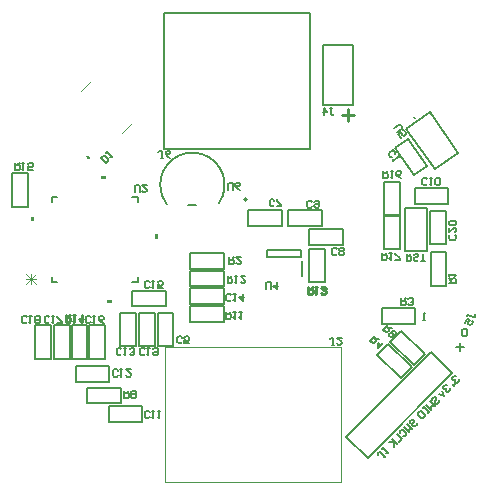
<source format=gbo>
G04*
G04 #@! TF.GenerationSoftware,Altium Limited,Altium Designer,20.0.7 (75)*
G04*
G04 Layer_Color=32896*
%FSLAX44Y44*%
%MOMM*%
G71*
G01*
G75*
%ADD11C,0.2540*%
%ADD12C,0.2000*%
%ADD13C,0.1000*%
%ADD14C,0.1270*%
%ADD15C,0.1524*%
%ADD16C,0.0762*%
G36*
X-173054Y35595D02*
X-175594D01*
Y39405D01*
X-173054D01*
Y35595D01*
D02*
G37*
G36*
X-112595Y71054D02*
X-116405D01*
Y73594D01*
X-112595D01*
Y71054D01*
D02*
G37*
G36*
X-107595Y-31054D02*
X-111405D01*
Y-33594D01*
X-107595D01*
Y-31054D01*
D02*
G37*
G36*
X-70946Y20595D02*
X-68406D01*
Y24405D01*
X-70946D01*
Y20595D01*
D02*
G37*
D11*
X97460Y125618D02*
X87303D01*
X92382Y130697D02*
Y120540D01*
X-146497Y-44001D02*
Y-49999D01*
X-143498D01*
X-142499Y-48999D01*
Y-47000D01*
X-143498Y-46000D01*
X-146497D01*
X-144498D02*
X-142499Y-44001D01*
X-140499D02*
X-138500D01*
X-139500D01*
Y-49999D01*
X-140499Y-48999D01*
X-132502Y-44001D02*
Y-49999D01*
X-135501Y-47000D01*
X-131502D01*
X58502Y-20001D02*
Y-25999D01*
X61501D01*
X62501Y-24999D01*
Y-23000D01*
X61501Y-22000D01*
X58502D01*
X60502D02*
X62501Y-20001D01*
X64500D02*
X66500D01*
X65500D01*
Y-25999D01*
X64500Y-24999D01*
X69499D02*
X70498Y-25999D01*
X72498D01*
X73498Y-24999D01*
Y-24000D01*
X72498Y-23000D01*
X71498D01*
X72498D01*
X73498Y-22000D01*
Y-21001D01*
X72498Y-20001D01*
X70498D01*
X69499Y-21001D01*
D12*
X-126849Y88867D02*
G03*
X-128264Y90281I-707J707D01*
G01*
D02*
G03*
X-126849Y88867I707J-707D01*
G01*
X149073Y122571D02*
G03*
X148500Y123391I-287J410D01*
G01*
D02*
G03*
X149073Y122571I287J-410D01*
G01*
X96700Y133900D02*
Y184700D01*
X71300Y133900D02*
X96700D01*
X71300D02*
Y184700D01*
X96700D01*
X-63500Y120000D02*
Y212000D01*
X-39000D01*
X60500D01*
Y96500D02*
Y212000D01*
X-63500Y96500D02*
X60500D01*
X-63500D02*
Y120000D01*
X91039Y-147000D02*
X109000Y-164960D01*
X180842Y-93118D01*
X91039Y-147000D02*
X162882Y-75158D01*
X180842Y-93118D01*
X52480Y5250D02*
Y10750D01*
X23520D02*
X52480D01*
X23520Y5250D02*
Y10750D01*
Y5250D02*
X52480D01*
X53140Y-10750D02*
Y1750D01*
X183637Y-95466D02*
X182223D01*
X180810Y-96879D01*
X180810Y-98293D01*
X181517Y-99000D01*
X182930D01*
X183637Y-98293D01*
X182930Y-99000D01*
Y-100414D01*
X183637Y-101121D01*
X185051D01*
X186465Y-99707D01*
Y-98293D01*
X182930Y-103241D02*
X182223Y-102534D01*
X181517Y-103241D01*
X182223Y-103948D01*
X182930Y-103241D01*
X175861D02*
X174448Y-103241D01*
X173034Y-104655D01*
Y-106069D01*
X173741Y-106776D01*
X175155D01*
X175861Y-106069D01*
X175155Y-106776D01*
Y-108189D01*
X175861Y-108896D01*
X177275D01*
X178689Y-107483D01*
Y-106069D01*
X172327Y-108189D02*
X173741Y-112431D01*
X169500Y-111017D01*
X144810Y-135293D02*
X144810Y-133879D01*
X146223Y-132466D01*
X147637D01*
X148344Y-133173D01*
Y-134586D01*
X146930Y-136000D01*
Y-137414D01*
X147637Y-138121D01*
X149051D01*
X150465Y-136707D01*
Y-135293D01*
X142689Y-136000D02*
X146930Y-140241D01*
X144103D01*
X144103Y-143069D01*
X139861Y-138827D01*
X136327Y-143776D02*
X136327Y-142362D01*
X137741Y-140948D01*
X139155D01*
X141982Y-143776D01*
Y-145189D01*
X140568Y-146603D01*
X139155D01*
X134206Y-144482D02*
X138448Y-148724D01*
X135620Y-151551D01*
X129965Y-148724D02*
X134206Y-152965D01*
X132793Y-151551D01*
X127138D01*
X131379D01*
Y-155793D01*
X163810Y-116293D02*
X163810Y-114879D01*
X165223Y-113466D01*
X166637D01*
X167344Y-114172D01*
Y-115586D01*
X165930Y-117000D01*
Y-118414D01*
X166637Y-119121D01*
X168051D01*
X169465Y-117707D01*
Y-116293D01*
X161689Y-117000D02*
X165930Y-121241D01*
X163103D01*
X163103Y-124069D01*
X158862Y-119827D01*
X157448Y-121241D02*
X156034Y-122655D01*
X156741Y-121948D01*
X160982Y-126189D01*
X161689Y-125483D01*
X160275Y-126896D01*
X151793Y-126896D02*
X153207Y-125483D01*
X154620Y-125483D01*
X157448Y-128310D01*
Y-129724D01*
X156034Y-131138D01*
X154620D01*
X151793Y-128310D01*
Y-126896D01*
X158000Y-48000D02*
X156001D01*
X157000D01*
Y-42002D01*
X158000Y-43002D01*
X184000Y-70668D02*
X190665D01*
X187332Y-67336D02*
Y-74000D01*
X189000Y-57002D02*
X190000Y-56002D01*
X191999D01*
X192999Y-57002D01*
Y-61000D01*
X191999Y-62000D01*
X190000D01*
X189000Y-61000D01*
Y-57002D01*
X121502Y8999D02*
Y3001D01*
X124501D01*
X125501Y4001D01*
Y6000D01*
X124501Y7000D01*
X121502D01*
X123502D02*
X125501Y8999D01*
X127500D02*
X129500D01*
X128500D01*
Y3001D01*
X127500Y4001D01*
X132499Y3001D02*
X136497D01*
Y4001D01*
X132499Y7999D01*
Y8999D01*
X122502Y77999D02*
Y72001D01*
X125501D01*
X126501Y73001D01*
Y75000D01*
X125501Y76000D01*
X122502D01*
X124502D02*
X126501Y77999D01*
X128500D02*
X130500D01*
X129500D01*
Y72001D01*
X128500Y73001D01*
X137498Y72001D02*
X135498Y73001D01*
X133499Y75000D01*
Y76999D01*
X134499Y77999D01*
X136498D01*
X137498Y76999D01*
Y76000D01*
X136498Y75000D01*
X133499D01*
X137496Y-29679D02*
Y-35677D01*
X140495D01*
X141495Y-34678D01*
Y-32678D01*
X140495Y-31679D01*
X137496D01*
X139496D02*
X141495Y-29679D01*
X143494Y-34678D02*
X144494Y-35677D01*
X146493D01*
X147493Y-34678D01*
Y-33678D01*
X146493Y-32678D01*
X145494D01*
X146493D01*
X147493Y-31679D01*
Y-30679D01*
X146493Y-29679D01*
X144494D01*
X143494Y-30679D01*
X129362Y89853D02*
X127970Y90099D01*
X126823Y91736D01*
X127069Y93129D01*
X130344Y95422D01*
X131736Y95177D01*
X132883Y93539D01*
X132638Y92147D01*
X134603Y91082D02*
X135750Y89445D01*
X135177Y90264D01*
X130264Y86823D01*
X130509Y88215D01*
X-189498Y84999D02*
Y79001D01*
X-186499D01*
X-185499Y80001D01*
Y82000D01*
X-186499Y83000D01*
X-189498D01*
X-187498D02*
X-185499Y84999D01*
X-183500D02*
X-181500D01*
X-182500D01*
Y79001D01*
X-183500Y80001D01*
X-174502Y79001D02*
X-178501D01*
Y82000D01*
X-176502Y81000D01*
X-175502D01*
X-174502Y82000D01*
Y83999D01*
X-175502Y84999D01*
X-177501D01*
X-178501Y83999D01*
X142003Y7999D02*
Y2001D01*
X145002D01*
X146001Y3001D01*
Y5000D01*
X145002Y6000D01*
X142003D01*
X144002D02*
X146001Y7999D01*
X151999Y3001D02*
X151000Y2001D01*
X149000D01*
X148001Y3001D01*
Y4000D01*
X149000Y5000D01*
X151000D01*
X151999Y6000D01*
Y6999D01*
X151000Y7999D01*
X149000D01*
X148001Y6999D01*
X153999Y2001D02*
X157997D01*
X155998D01*
Y7999D01*
X-9498Y-11001D02*
Y-16999D01*
X-6499D01*
X-5499Y-15999D01*
Y-14000D01*
X-6499Y-13000D01*
X-9498D01*
X-7498D02*
X-5499Y-11001D01*
X-3499D02*
X-1500D01*
X-2500D01*
Y-16999D01*
X-3499Y-15999D01*
X5498Y-11001D02*
X1499D01*
X5498Y-15000D01*
Y-15999D01*
X4498Y-16999D01*
X2499D01*
X1499Y-15999D01*
X23002Y-21999D02*
Y-17001D01*
X24001Y-16001D01*
X26001D01*
X27000Y-17001D01*
Y-21999D01*
X31999Y-16001D02*
Y-21999D01*
X29000Y-19000D01*
X32998D01*
X-64000Y89001D02*
X-65999D01*
X-64999D01*
Y93999D01*
X-65999Y94999D01*
X-66999D01*
X-67998Y93999D01*
X-58002Y89001D02*
X-60001Y90001D01*
X-62000Y92000D01*
Y93999D01*
X-61001Y94999D01*
X-59001D01*
X-58002Y93999D01*
Y93000D01*
X-59001Y92000D01*
X-62000D01*
X81000Y-68999D02*
X79001D01*
X80001D01*
Y-64001D01*
X79001Y-63001D01*
X78001D01*
X77002Y-64001D01*
X86998Y-63001D02*
X83000D01*
X86998Y-67000D01*
Y-67999D01*
X85999Y-68999D01*
X83999D01*
X83000Y-67999D01*
X-8998Y62001D02*
Y66999D01*
X-7999Y67999D01*
X-5999D01*
X-5000Y66999D01*
Y62001D01*
X998D02*
X-1001Y63001D01*
X-3000Y65000D01*
Y66999D01*
X-2001Y67999D01*
X-1D01*
X998Y66999D01*
Y66000D01*
X-1Y65000D01*
X-3000D01*
X131676Y114374D02*
X135771Y117241D01*
X137163Y116996D01*
X138310Y115358D01*
X138064Y113966D01*
X133970Y111099D01*
X137410Y106185D02*
X135117Y109461D01*
X137573Y111181D01*
X137901Y108970D01*
X138475Y108151D01*
X139867Y107906D01*
X141505Y109052D01*
X141750Y110445D01*
X140604Y112082D01*
X139211Y112328D01*
X-87998Y60001D02*
Y64999D01*
X-86999Y65999D01*
X-84999D01*
X-84000Y64999D01*
Y60001D01*
X-78002Y65999D02*
X-82000D01*
X-78002Y62000D01*
Y61001D01*
X-79001Y60001D01*
X-81001D01*
X-82000Y61001D01*
X-10498Y-41001D02*
Y-46999D01*
X-7499D01*
X-6499Y-45999D01*
Y-44000D01*
X-7499Y-43000D01*
X-10498D01*
X-8498D02*
X-6499Y-41001D01*
X-4500D02*
X-2501D01*
X-3500D01*
Y-46999D01*
X-4500Y-45999D01*
X499Y-41001D02*
X2498D01*
X1498D01*
Y-46999D01*
X499Y-45999D01*
X126586Y-52345D02*
X122345Y-56586D01*
X124466Y-58707D01*
X125879Y-58707D01*
X127293Y-57293D01*
Y-55879D01*
X125173Y-53759D01*
X126586Y-55173D02*
X129414Y-55173D01*
X130121Y-57293D02*
X131534D01*
X132948Y-58707D01*
Y-60121D01*
X130121Y-62948D01*
X128707Y-62948D01*
X127293Y-61534D01*
Y-60121D01*
X128000Y-59414D01*
X129414D01*
X131534Y-61534D01*
X-96998Y-108001D02*
Y-113999D01*
X-93999D01*
X-93000Y-112999D01*
Y-111000D01*
X-93999Y-110000D01*
X-96998D01*
X-94999D02*
X-93000Y-108001D01*
X-91000Y-112999D02*
X-90001Y-113999D01*
X-88001D01*
X-87002Y-112999D01*
Y-112000D01*
X-88001Y-111000D01*
X-87002Y-110000D01*
Y-109001D01*
X-88001Y-108001D01*
X-90001D01*
X-91000Y-109001D01*
Y-110000D01*
X-90001Y-111000D01*
X-91000Y-112000D01*
Y-112999D01*
X-90001Y-111000D02*
X-88001D01*
X115586Y-61345D02*
X111345Y-65586D01*
X113466Y-67707D01*
X114879Y-67707D01*
X116293Y-66293D01*
Y-64879D01*
X114172Y-62759D01*
X115586Y-64173D02*
X118414Y-64172D01*
X121948Y-67707D02*
X117707Y-71948D01*
Y-67707D01*
X120534Y-70534D01*
X-7998Y4999D02*
Y-999D01*
X-4999D01*
X-4000Y1D01*
Y2000D01*
X-4999Y3000D01*
X-7998D01*
X-5999D02*
X-4000Y4999D01*
X1998D02*
X-2000D01*
X1998Y1000D01*
Y1D01*
X999Y-999D01*
X-1001D01*
X-2000Y1D01*
X178001Y-16999D02*
X183999D01*
Y-14000D01*
X182999Y-13000D01*
X181000D01*
X180000Y-14000D01*
Y-16999D01*
Y-14999D02*
X178001Y-13000D01*
Y-11001D02*
Y-9001D01*
Y-10001D01*
X183999D01*
X182999Y-11001D01*
X193524Y-45035D02*
X194207Y-43156D01*
X193866Y-44096D01*
X198563Y-45805D01*
X199844Y-45208D01*
X200186Y-44268D01*
X199588Y-42987D01*
X191472Y-50671D02*
X192840Y-46914D01*
X195658Y-47939D01*
X194035Y-49476D01*
X193693Y-50416D01*
X194290Y-51697D01*
X196169Y-52381D01*
X197451Y-51783D01*
X198134Y-49904D01*
X197537Y-48623D01*
X77000Y130999D02*
X78999D01*
X77999D01*
Y126001D01*
X78999Y125001D01*
X79999D01*
X80998Y126001D01*
X72001Y125001D02*
Y130999D01*
X75000Y128000D01*
X71002D01*
X124121Y-163121D02*
X122707Y-164534D01*
X123414Y-163827D01*
X119879Y-160293D01*
X118466D01*
X117759Y-161000D01*
Y-162414D01*
X121293Y-157466D02*
X122707Y-156052D01*
X122000Y-156759D01*
X126241Y-161000D01*
X124827D01*
X-112707Y84625D02*
X-116948Y88867D01*
X-114827Y90987D01*
X-113414D01*
X-110586Y88160D01*
X-110586Y86746D01*
X-112707Y84625D01*
Y93108D02*
X-111293Y94522D01*
X-112000Y93815D01*
X-107759Y89574D01*
X-109172D01*
X182999Y24001D02*
X183999Y23002D01*
Y21002D01*
X182999Y20003D01*
X179001D01*
X178001Y21002D01*
Y23002D01*
X179001Y24001D01*
X178001Y29999D02*
Y26001D01*
X182000Y29999D01*
X182999D01*
X183999Y29000D01*
Y27000D01*
X182999Y26001D01*
Y31999D02*
X183999Y32998D01*
Y34998D01*
X182999Y35997D01*
X179001D01*
X178001Y34998D01*
Y32998D01*
X179001Y31999D01*
X182999D01*
X-79499Y-76999D02*
X-80499Y-77999D01*
X-82498D01*
X-83497Y-76999D01*
Y-73001D01*
X-82498Y-72001D01*
X-80499D01*
X-79499Y-73001D01*
X-77499Y-72001D02*
X-75500D01*
X-76500D01*
Y-77999D01*
X-77499Y-76999D01*
X-72501Y-73001D02*
X-71501Y-72001D01*
X-69502D01*
X-68502Y-73001D01*
Y-76999D01*
X-69502Y-77999D01*
X-71501D01*
X-72501Y-76999D01*
Y-76000D01*
X-71501Y-75000D01*
X-68502D01*
X-179499Y-49999D02*
X-180499Y-50999D01*
X-182498D01*
X-183498Y-49999D01*
Y-46001D01*
X-182498Y-45001D01*
X-180499D01*
X-179499Y-46001D01*
X-177500Y-45001D02*
X-175500D01*
X-176500D01*
Y-50999D01*
X-177500Y-49999D01*
X-172501D02*
X-171502Y-50999D01*
X-169502D01*
X-168502Y-49999D01*
Y-49000D01*
X-169502Y-48000D01*
X-168502Y-47000D01*
Y-46001D01*
X-169502Y-45001D01*
X-171502D01*
X-172501Y-46001D01*
Y-47000D01*
X-171502Y-48000D01*
X-172501Y-49000D01*
Y-49999D01*
X-171502Y-48000D02*
X-169502D01*
X-160499Y-49999D02*
X-161499Y-50999D01*
X-163498D01*
X-164498Y-49999D01*
Y-46001D01*
X-163498Y-45001D01*
X-161499D01*
X-160499Y-46001D01*
X-158499Y-45001D02*
X-156500D01*
X-157500D01*
Y-50999D01*
X-158499Y-49999D01*
X-153501Y-50999D02*
X-149502D01*
Y-49999D01*
X-153501Y-46001D01*
Y-45001D01*
X-125499Y-49999D02*
X-126498Y-50999D01*
X-128498D01*
X-129498Y-49999D01*
Y-46001D01*
X-128498Y-45001D01*
X-126498D01*
X-125499Y-46001D01*
X-123499Y-45001D02*
X-121500D01*
X-122500D01*
Y-50999D01*
X-123499Y-49999D01*
X-114502Y-50999D02*
X-116502Y-49999D01*
X-118501Y-48000D01*
Y-46001D01*
X-117501Y-45001D01*
X-115502D01*
X-114502Y-46001D01*
Y-47000D01*
X-115502Y-48000D01*
X-118501D01*
X-75499Y-19999D02*
X-76498Y-20999D01*
X-78498D01*
X-79498Y-19999D01*
Y-16001D01*
X-78498Y-15001D01*
X-76498D01*
X-75499Y-16001D01*
X-73499Y-15001D02*
X-71500D01*
X-72500D01*
Y-20999D01*
X-73499Y-19999D01*
X-64502Y-20999D02*
X-68501D01*
Y-18000D01*
X-66502Y-19000D01*
X-65502D01*
X-64502Y-18000D01*
Y-16001D01*
X-65502Y-15001D01*
X-67502D01*
X-68501Y-16001D01*
X-6499Y-30999D02*
X-7498Y-31999D01*
X-9498D01*
X-10497Y-30999D01*
Y-27001D01*
X-9498Y-26001D01*
X-7498D01*
X-6499Y-27001D01*
X-4500Y-26001D02*
X-2500D01*
X-3500D01*
Y-31999D01*
X-4500Y-30999D01*
X3498Y-26001D02*
Y-31999D01*
X499Y-29000D01*
X4498D01*
X-99499Y-76999D02*
X-100499Y-77999D01*
X-102498D01*
X-103498Y-76999D01*
Y-73001D01*
X-102498Y-72001D01*
X-100499D01*
X-99499Y-73001D01*
X-97500Y-72001D02*
X-95500D01*
X-96500D01*
Y-77999D01*
X-97500Y-76999D01*
X-92501D02*
X-91502Y-77999D01*
X-89502D01*
X-88502Y-76999D01*
Y-76000D01*
X-89502Y-75000D01*
X-90502D01*
X-89502D01*
X-88502Y-74000D01*
Y-73001D01*
X-89502Y-72001D01*
X-91502D01*
X-92501Y-73001D01*
X-102499Y-94999D02*
X-103498Y-95999D01*
X-105498D01*
X-106498Y-94999D01*
Y-91001D01*
X-105498Y-90001D01*
X-103498D01*
X-102499Y-91001D01*
X-100499Y-90001D02*
X-98500D01*
X-99500D01*
Y-95999D01*
X-100499Y-94999D01*
X-91502Y-90001D02*
X-95501D01*
X-91502Y-94000D01*
Y-94999D01*
X-92502Y-95999D01*
X-94501D01*
X-95501Y-94999D01*
X-75499Y-129999D02*
X-76499Y-130999D01*
X-78498D01*
X-79498Y-129999D01*
Y-126001D01*
X-78498Y-125001D01*
X-76499D01*
X-75499Y-126001D01*
X-73500Y-125001D02*
X-71501D01*
X-72500D01*
Y-130999D01*
X-73500Y-129999D01*
X-68502Y-125001D02*
X-66502D01*
X-67502D01*
Y-130999D01*
X-68502Y-129999D01*
X159501Y67001D02*
X158502Y66001D01*
X156502D01*
X155503Y67001D01*
Y70999D01*
X156502Y71999D01*
X158502D01*
X159501Y70999D01*
X161500Y71999D02*
X163500D01*
X162500D01*
Y66001D01*
X161500Y67001D01*
X166499D02*
X167498Y66001D01*
X169498D01*
X170498Y67001D01*
Y70999D01*
X169498Y71999D01*
X167498D01*
X166499Y70999D01*
Y67001D01*
X62000Y48001D02*
X61001Y47001D01*
X59001D01*
X58002Y48001D01*
Y51999D01*
X59001Y52999D01*
X61001D01*
X62000Y51999D01*
X64000D02*
X64999Y52999D01*
X66999D01*
X67998Y51999D01*
Y48001D01*
X66999Y47001D01*
X64999D01*
X64000Y48001D01*
Y49000D01*
X64999Y50000D01*
X67998D01*
X83000Y8001D02*
X82001Y7001D01*
X80001D01*
X79002Y8001D01*
Y11999D01*
X80001Y12999D01*
X82001D01*
X83000Y11999D01*
X85000Y8001D02*
X85999Y7001D01*
X87999D01*
X88998Y8001D01*
Y9000D01*
X87999Y10000D01*
X88998Y11000D01*
Y11999D01*
X87999Y12999D01*
X85999D01*
X85000Y11999D01*
Y11000D01*
X85999Y10000D01*
X85000Y9000D01*
Y8001D01*
X85999Y10000D02*
X87999D01*
X30000Y49001D02*
X29001Y48001D01*
X27001D01*
X26002Y49001D01*
Y52999D01*
X27001Y53999D01*
X29001D01*
X30000Y52999D01*
X32000Y48001D02*
X35998D01*
Y49001D01*
X32000Y52999D01*
Y53999D01*
X-48000Y-66999D02*
X-48999Y-67999D01*
X-50999D01*
X-51998Y-66999D01*
Y-63001D01*
X-50999Y-62001D01*
X-48999D01*
X-48000Y-63001D01*
X-42002Y-67999D02*
X-46000D01*
Y-65000D01*
X-44001Y-66000D01*
X-43001D01*
X-42002Y-65000D01*
Y-63001D01*
X-43001Y-62001D01*
X-45001D01*
X-46000Y-63001D01*
D13*
X-133920Y145435D02*
X-125435Y153920D01*
X-98565Y110080D02*
X-90080Y118565D01*
X-62500Y-185000D02*
X86500D01*
Y-71000D01*
X-62500D02*
X86500D01*
X-62500Y-185000D02*
Y-71000D01*
D14*
X141000Y10000D02*
Y47000D01*
X159000D01*
Y10000D02*
Y47000D01*
X141000Y10000D02*
X159000D01*
X123300Y40800D02*
Y69100D01*
Y40800D02*
X136600D01*
Y69100D01*
X123300D02*
X136600D01*
X123300Y11800D02*
Y40100D01*
Y11800D02*
X136600D01*
Y40100D01*
X123300D02*
X136600D01*
X137303Y-97637D02*
X146708Y-88232D01*
X117292Y-77626D02*
X137303Y-97637D01*
X117292Y-77626D02*
X126697Y-68222D01*
X146708Y-88232D01*
X137697Y-57221D02*
X157708Y-77232D01*
X128292Y-66626D02*
X137697Y-57221D01*
X128292Y-66626D02*
X148303Y-86637D01*
X157708Y-77232D01*
X120900Y-38400D02*
X120900Y-51700D01*
X120900Y-38400D02*
X149200Y-38400D01*
X149200Y-51700D02*
X149200Y-38400D01*
X120900Y-51700D02*
X149200Y-51700D01*
X143343Y105475D02*
X159576Y82293D01*
X132449Y97846D02*
X143343Y105475D01*
X132449Y97846D02*
X148681Y74664D01*
X159576Y82293D01*
X-41199Y8700D02*
X-12899D01*
X-41199Y-4600D02*
Y8700D01*
Y-4600D02*
X-12899D01*
Y8700D01*
X141943Y113935D02*
X165981Y79604D01*
X185747Y93444D01*
X161709Y127775D02*
X185747Y93444D01*
X141943Y113935D02*
X161709Y127775D01*
X-191700Y76100D02*
X-178400D01*
Y47800D02*
Y76100D01*
X-191700Y47800D02*
X-178400D01*
X-191700D02*
Y76100D01*
X-109900Y-100600D02*
Y-87300D01*
X-138200Y-100600D02*
X-109900D01*
X-138200D02*
Y-87300D01*
X-109900D01*
X-99900Y-118600D02*
Y-105300D01*
X-128200Y-118600D02*
X-99900D01*
X-128200D02*
Y-105300D01*
X-99900D01*
X-81900Y-134600D02*
Y-121300D01*
X-110200Y-134600D02*
X-81900D01*
X-110200D02*
Y-121300D01*
X-81900D01*
X-128300Y-81100D02*
Y-52800D01*
X-141600D02*
X-128300D01*
X-141600Y-81100D02*
Y-52800D01*
Y-81100D02*
X-128300D01*
X59300Y-16200D02*
Y12100D01*
Y-16200D02*
X72600D01*
Y12100D01*
X59300D02*
X72600D01*
X-41199Y-6300D02*
X-12899D01*
X-41199Y-19600D02*
Y-6300D01*
Y-19600D02*
X-12899D01*
Y-6300D01*
X-41100Y-49700D02*
X-12800D01*
Y-36400D01*
X-41100D02*
X-12800D01*
X-41100Y-49700D02*
Y-36400D01*
X175700Y-19100D02*
Y9200D01*
X162400D02*
X175700D01*
X162400Y-19100D02*
Y9200D01*
Y-19100D02*
X175700D01*
X162300Y15800D02*
Y44100D01*
Y15800D02*
X175600D01*
Y44100D01*
X162300D02*
X175600D01*
X-71300Y-70100D02*
Y-41800D01*
X-84600D02*
X-71300D01*
X-84600Y-70100D02*
Y-41800D01*
Y-70100D02*
X-71300D01*
X-159300Y-81100D02*
Y-52800D01*
X-172600D02*
X-159300D01*
X-172600Y-81100D02*
Y-52800D01*
Y-81100D02*
X-159300D01*
X-143300D02*
Y-52800D01*
X-156600D02*
X-143300D01*
X-156600Y-81100D02*
Y-52800D01*
Y-81100D02*
X-143300D01*
X-113300D02*
Y-52800D01*
X-126600D02*
X-113300D01*
X-126600Y-81100D02*
Y-52800D01*
Y-81100D02*
X-113300D01*
X-90100Y-36700D02*
X-61800D01*
Y-23400D01*
X-90100D02*
X-61800D01*
X-90100Y-36700D02*
Y-23400D01*
X-41099Y-34700D02*
X-12799D01*
Y-21400D01*
X-41099D02*
X-12799D01*
X-41099Y-34700D02*
Y-21400D01*
X-100700Y-70200D02*
Y-41900D01*
Y-70200D02*
X-87400D01*
Y-41900D01*
X-100700D02*
X-87400D01*
X148900Y50300D02*
X177200D01*
Y63600D01*
X148900D02*
X177200D01*
X148900Y50300D02*
Y63600D01*
X41899Y31300D02*
X70199D01*
Y44600D01*
X41899D02*
X70199D01*
X41899Y31300D02*
Y44600D01*
X59800Y28700D02*
X88100D01*
X59800Y15400D02*
Y28700D01*
Y15400D02*
X88100D01*
Y28700D01*
X7900Y31300D02*
X36200D01*
Y44600D01*
X7900D02*
X36200D01*
X7900Y31300D02*
Y44600D01*
X-55300Y-70100D02*
Y-41800D01*
X-68600D02*
X-55300D01*
X-68600Y-70100D02*
Y-41800D01*
Y-70100D02*
X-55300D01*
D15*
X7055Y53600D02*
G03*
X7055Y53600I-1270J0D01*
G01*
X-66605Y66300D02*
G03*
X-60942Y49651I27305J0D01*
G01*
X-16923Y50653D02*
G03*
X-66605Y66300I-22377J15647D01*
G01*
X-43404Y49155D02*
X-36277D01*
X-158322Y-16322D02*
X-153970D01*
X-158322Y56322D02*
X-153970D01*
X-85678Y51971D02*
Y56322D01*
X-90030Y-16322D02*
X-85678D01*
X-158322D02*
Y-11970D01*
Y51971D02*
Y56322D01*
X-90030D02*
X-85678D01*
Y-16322D02*
Y-11970D01*
D16*
X-180039Y-18040D02*
X-171575Y-9576D01*
X-180039D02*
X-171575Y-18040D01*
X-180039Y-13808D02*
X-171575D01*
X-175807Y-9576D02*
Y-18040D01*
M02*

</source>
